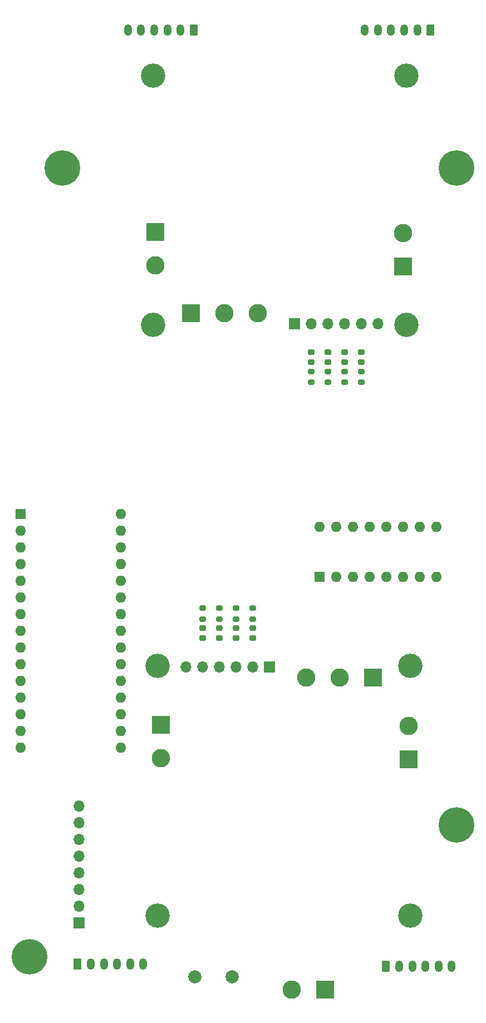
<source format=gbr>
%TF.GenerationSoftware,KiCad,Pcbnew,8.0.6*%
%TF.CreationDate,2025-02-17T21:26:12+00:00*%
%TF.ProjectId,NORMMotorControlBoard,4e4f524d-4d6f-4746-9f72-436f6e74726f,rev?*%
%TF.SameCoordinates,Original*%
%TF.FileFunction,Soldermask,Top*%
%TF.FilePolarity,Negative*%
%FSLAX46Y46*%
G04 Gerber Fmt 4.6, Leading zero omitted, Abs format (unit mm)*
G04 Created by KiCad (PCBNEW 8.0.6) date 2025-02-17 21:26:12*
%MOMM*%
%LPD*%
G01*
G04 APERTURE LIST*
G04 Aperture macros list*
%AMRoundRect*
0 Rectangle with rounded corners*
0 $1 Rounding radius*
0 $2 $3 $4 $5 $6 $7 $8 $9 X,Y pos of 4 corners*
0 Add a 4 corners polygon primitive as box body*
4,1,4,$2,$3,$4,$5,$6,$7,$8,$9,$2,$3,0*
0 Add four circle primitives for the rounded corners*
1,1,$1+$1,$2,$3*
1,1,$1+$1,$4,$5*
1,1,$1+$1,$6,$7*
1,1,$1+$1,$8,$9*
0 Add four rect primitives between the rounded corners*
20,1,$1+$1,$2,$3,$4,$5,0*
20,1,$1+$1,$4,$5,$6,$7,0*
20,1,$1+$1,$6,$7,$8,$9,0*
20,1,$1+$1,$8,$9,$2,$3,0*%
G04 Aperture macros list end*
%ADD10RoundRect,0.200000X-0.275000X0.200000X-0.275000X-0.200000X0.275000X-0.200000X0.275000X0.200000X0*%
%ADD11RoundRect,0.250000X-0.350000X-0.625000X0.350000X-0.625000X0.350000X0.625000X-0.350000X0.625000X0*%
%ADD12O,1.200000X1.750000*%
%ADD13R,2.800000X2.800000*%
%ADD14C,2.800000*%
%ADD15RoundRect,0.218750X0.256250X-0.218750X0.256250X0.218750X-0.256250X0.218750X-0.256250X-0.218750X0*%
%ADD16RoundRect,0.250000X0.350000X0.625000X-0.350000X0.625000X-0.350000X-0.625000X0.350000X-0.625000X0*%
%ADD17C,5.400000*%
%ADD18C,3.700000*%
%ADD19R,1.700000X1.700000*%
%ADD20O,1.700000X1.700000*%
%ADD21RoundRect,0.218750X-0.256250X0.218750X-0.256250X-0.218750X0.256250X-0.218750X0.256250X0.218750X0*%
%ADD22R,1.600000X1.600000*%
%ADD23O,1.600000X1.600000*%
%ADD24RoundRect,0.200000X0.275000X-0.200000X0.275000X0.200000X-0.275000X0.200000X-0.275000X-0.200000X0*%
%ADD25C,2.000000*%
G04 APERTURE END LIST*
D10*
%TO.C,R1*%
X262890000Y-190956950D03*
X262890000Y-192606950D03*
%TD*%
%TO.C,R4*%
X270510000Y-190956950D03*
X270510000Y-192606950D03*
%TD*%
D11*
%TO.C,J3*%
X227337565Y-281120640D03*
D12*
X229337565Y-281120640D03*
X231337565Y-281120640D03*
X233337565Y-281120640D03*
X235337565Y-281120640D03*
X237337565Y-281120640D03*
%TD*%
D13*
%TO.C,J5*%
X265000000Y-285000000D03*
D14*
X259920000Y-285000000D03*
%TD*%
D15*
%TO.C,D2*%
X265430000Y-189535000D03*
X265430000Y-187960000D03*
%TD*%
D16*
%TO.C,J1*%
X245000000Y-139000000D03*
D12*
X243000000Y-139000000D03*
X241000000Y-139000000D03*
X239000000Y-139000000D03*
X237000000Y-139000000D03*
X235000000Y-139000000D03*
%TD*%
D17*
%TO.C,H1*%
X225000000Y-160000000D03*
%TD*%
D13*
%TO.C,U2*%
X277663293Y-249938641D03*
D14*
X277663293Y-244858641D03*
D13*
X272250680Y-237568126D03*
D18*
X277960680Y-273783126D03*
X277960680Y-235783126D03*
D14*
X267170680Y-237568126D03*
D18*
X239460680Y-273783126D03*
X239460680Y-235783126D03*
D14*
X262090680Y-237568126D03*
D19*
X256517921Y-235959569D03*
D20*
X253977921Y-235959569D03*
X251437921Y-235959569D03*
X248897921Y-235959569D03*
X246357921Y-235959569D03*
X243817921Y-235959569D03*
D13*
X239995680Y-244733126D03*
D14*
X239995680Y-249813126D03*
%TD*%
D10*
%TO.C,R2*%
X265430000Y-190956950D03*
X265430000Y-192606950D03*
%TD*%
D15*
%TO.C,D4*%
X270510000Y-189535000D03*
X270510000Y-187960000D03*
%TD*%
D21*
%TO.C,D7*%
X248936054Y-229984463D03*
X248936054Y-231559463D03*
%TD*%
D22*
%TO.C,U3*%
X264175000Y-222240000D03*
D23*
X266715000Y-222240000D03*
X269255000Y-222240000D03*
X271795000Y-222240000D03*
X274335000Y-222240000D03*
X276875000Y-222240000D03*
X279415000Y-222240000D03*
X281955000Y-222240000D03*
X281955000Y-214620000D03*
X279415000Y-214620000D03*
X276875000Y-214620000D03*
X274335000Y-214620000D03*
X271795000Y-214620000D03*
X269255000Y-214620000D03*
X266715000Y-214620000D03*
X264175000Y-214620000D03*
%TD*%
D17*
%TO.C,H2*%
X285000000Y-160000000D03*
%TD*%
%TO.C,H3*%
X220000000Y-280000000D03*
%TD*%
D15*
%TO.C,D3*%
X267970000Y-189535000D03*
X267970000Y-187960000D03*
%TD*%
D24*
%TO.C,R7*%
X248936054Y-228611963D03*
X248936054Y-226961963D03*
%TD*%
%TO.C,R6*%
X251476054Y-228611963D03*
X251476054Y-226961963D03*
%TD*%
%TO.C,R8*%
X246396054Y-228611963D03*
X246396054Y-226961963D03*
%TD*%
D22*
%TO.C,A1*%
X218690000Y-212650000D03*
D23*
X218690000Y-215190000D03*
X218690000Y-217730000D03*
X218690000Y-220270000D03*
X218690000Y-222810000D03*
X218690000Y-225350000D03*
X218690000Y-227890000D03*
X218690000Y-230430000D03*
X218690000Y-232970000D03*
X218690000Y-235510000D03*
X218690000Y-238050000D03*
X218690000Y-240590000D03*
X218690000Y-243130000D03*
X218690000Y-245670000D03*
X218690000Y-248210000D03*
X233930000Y-248210000D03*
X233930000Y-245670000D03*
X233930000Y-243130000D03*
X233930000Y-240590000D03*
X233930000Y-238050000D03*
X233930000Y-235510000D03*
X233930000Y-232970000D03*
X233930000Y-230430000D03*
X233930000Y-227890000D03*
X233930000Y-225350000D03*
X233930000Y-222810000D03*
X233930000Y-220270000D03*
X233930000Y-217730000D03*
X233930000Y-215190000D03*
X233930000Y-212650000D03*
%TD*%
D11*
%TO.C,J4*%
X274245064Y-281505674D03*
D12*
X276245064Y-281505674D03*
X278245064Y-281505674D03*
X280245064Y-281505674D03*
X282245064Y-281505674D03*
X284245064Y-281505674D03*
%TD*%
D21*
%TO.C,D8*%
X246396054Y-229984463D03*
X246396054Y-231559463D03*
%TD*%
%TO.C,D6*%
X251476054Y-229984463D03*
X251476054Y-231559463D03*
%TD*%
D25*
%TO.C,SW1*%
X245211741Y-283096595D03*
X250861741Y-283096595D03*
%TD*%
D17*
%TO.C,H4*%
X285000000Y-260000000D03*
%TD*%
D19*
%TO.C,J6*%
X227584000Y-274828000D03*
D20*
X227584000Y-272288000D03*
X227584000Y-269748000D03*
X227584000Y-267208000D03*
X227584000Y-264668000D03*
X227584000Y-262128000D03*
X227584000Y-259588000D03*
X227584000Y-257048000D03*
%TD*%
D24*
%TO.C,R5*%
X254016054Y-228611963D03*
X254016054Y-226961963D03*
%TD*%
D16*
%TO.C,J2*%
X281000000Y-139000000D03*
D12*
X279000000Y-139000000D03*
X277000000Y-139000000D03*
X275000000Y-139000000D03*
X273000000Y-139000000D03*
X271000000Y-139000000D03*
%TD*%
D10*
%TO.C,R3*%
X267970000Y-190956950D03*
X267970000Y-192606950D03*
%TD*%
D15*
%TO.C,D1*%
X262890000Y-189535000D03*
X262890000Y-187960000D03*
%TD*%
D13*
%TO.C,U1*%
X239154568Y-169724018D03*
D14*
X239154568Y-174804018D03*
D13*
X244567181Y-182094533D03*
D18*
X238857181Y-145879533D03*
X238857181Y-183879533D03*
D14*
X249647181Y-182094533D03*
D18*
X277357181Y-145879533D03*
X277357181Y-183879533D03*
D14*
X254727181Y-182094533D03*
D19*
X260299940Y-183703090D03*
D20*
X262839940Y-183703090D03*
X265379940Y-183703090D03*
X267919940Y-183703090D03*
X270459940Y-183703090D03*
X272999940Y-183703090D03*
D13*
X276822181Y-174929533D03*
D14*
X276822181Y-169849533D03*
%TD*%
D21*
%TO.C,D5*%
X254016054Y-229984463D03*
X254016054Y-231559463D03*
%TD*%
M02*

</source>
